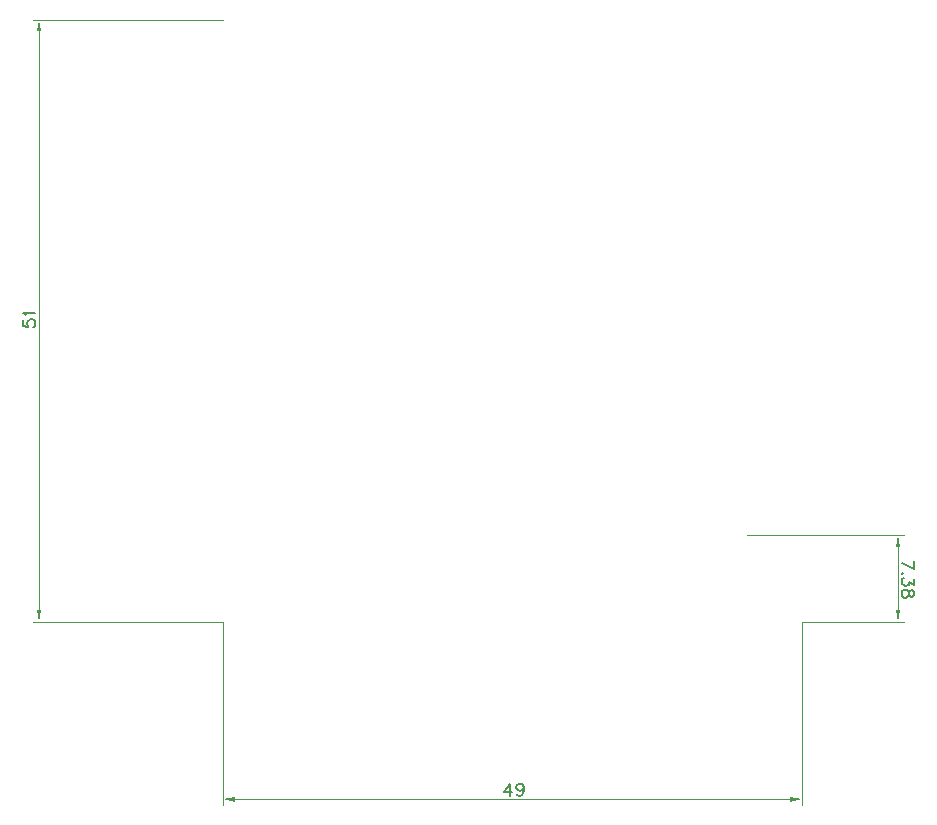
<source format=gbr>
G04 DipTrace 3.0.0.0*
G04 TopDimension.gbr*
%MOIN*%
G04 #@! TF.FileFunction,Drawing,Top*
G04 #@! TF.Part,Single*
%ADD13C,0.001378*%
%ADD61C,0.006176*%
%FSLAX26Y26*%
G04*
G70*
G90*
G75*
G01*
G04 TopDimension*
%LPD*%
X2140138Y684262D2*
D13*
X2662542D1*
X2322835Y393701D2*
X2662542D1*
X2642857Y538982D2*
Y644892D1*
G36*
Y684262D2*
X2650731Y644892D1*
X2634983D1*
X2642857Y684262D1*
G37*
Y538982D2*
D13*
Y433071D1*
G36*
Y393701D2*
X2634983Y433071D1*
X2650731D1*
X2642857Y393701D1*
G37*
X393701Y2401575D2*
D13*
X-240731D1*
X393701Y393701D2*
X-240731D1*
X-221046Y1397638D2*
Y2362205D1*
G36*
Y2401575D2*
X-213172Y2362205D1*
X-228920D1*
X-221046Y2401575D1*
G37*
Y1397638D2*
D13*
Y433071D1*
G36*
Y393701D2*
X-228920Y433071D1*
X-213172D1*
X-221046Y393701D1*
G37*
X393701D2*
D13*
Y-216697D1*
X2322835Y393701D2*
Y-216697D1*
X1358268Y-197012D2*
X433071D1*
G36*
X393701D2*
X433071Y-189138D1*
Y-204886D1*
X393701Y-197012D1*
G37*
X1358268D2*
D13*
X2283465D1*
G36*
X2322835D2*
X2283465Y-204886D1*
Y-189138D1*
X2322835Y-197012D1*
G37*
X2655068Y588865D2*
D61*
X2695216Y569719D1*
Y596514D1*
X2658914Y555467D2*
X2656969Y557368D1*
X2655068Y555467D1*
X2656969Y553521D1*
X2658914Y555467D1*
X2695216Y537323D2*
Y516321D1*
X2679917Y527773D1*
Y522025D1*
X2678016Y518222D1*
X2676114Y516321D1*
X2670366Y514375D1*
X2666564D1*
X2660816Y516321D1*
X2656969Y520123D1*
X2655068Y525871D1*
Y531619D1*
X2656969Y537323D1*
X2658914Y539224D1*
X2662717Y541170D1*
X2695216Y492473D2*
X2693314Y498177D1*
X2689512Y500123D1*
X2685665D1*
X2681862Y498177D1*
X2679917Y494375D1*
X2678016Y486725D1*
X2676114Y480977D1*
X2672268Y477175D1*
X2668465Y475273D1*
X2662717D1*
X2658914Y477175D1*
X2656969Y479076D1*
X2655068Y484824D1*
Y492473D1*
X2656969Y498177D1*
X2658914Y500123D1*
X2662717Y502024D1*
X2668465D1*
X2672268Y500123D1*
X2676114Y496276D1*
X2678016Y490572D1*
X2679917Y482923D1*
X2681862Y479076D1*
X2685665Y477175D1*
X2689512D1*
X2693314Y479076D1*
X2695216Y484824D1*
Y492473D1*
X-273404Y1399303D2*
Y1380202D1*
X-256205Y1378301D1*
X-258106Y1380202D1*
X-260051Y1385950D1*
Y1391654D1*
X-258106Y1397402D1*
X-254303Y1401249D1*
X-248555Y1403150D1*
X-244753D1*
X-239005Y1401249D1*
X-235158Y1397402D1*
X-233257Y1391654D1*
Y1385950D1*
X-235158Y1380202D1*
X-237103Y1378301D1*
X-240906Y1376355D1*
X-265755Y1415501D2*
X-267701Y1419348D1*
X-273404Y1425096D1*
X-233257D1*
X1347531Y-184801D2*
Y-144653D1*
X1328385Y-171404D1*
X1357081D1*
X1394326Y-158006D2*
X1392380Y-163754D1*
X1388578Y-167601D1*
X1382830Y-169502D1*
X1380929D1*
X1375181Y-167601D1*
X1371378Y-163754D1*
X1369433Y-158006D1*
Y-156105D1*
X1371378Y-150357D1*
X1375181Y-146555D1*
X1380929Y-144653D1*
X1382830D1*
X1388578Y-146555D1*
X1392380Y-150357D1*
X1394326Y-158006D1*
Y-167601D1*
X1392380Y-177152D1*
X1388578Y-182900D1*
X1382830Y-184801D1*
X1379027D1*
X1373279Y-182900D1*
X1371378Y-179053D1*
M02*

</source>
